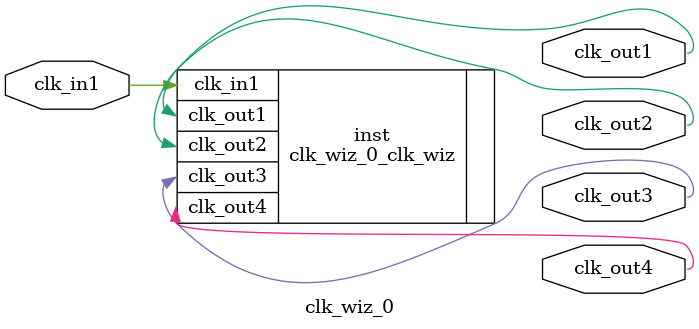
<source format=v>


`timescale 1ps/1ps

(* CORE_GENERATION_INFO = "clk_wiz_0,clk_wiz_v6_0_2_0_0,{component_name=clk_wiz_0,use_phase_alignment=true,use_min_o_jitter=false,use_max_i_jitter=false,use_dyn_phase_shift=false,use_inclk_switchover=false,use_dyn_reconfig=false,enable_axi=0,feedback_source=FDBK_AUTO,PRIMITIVE=MMCM,num_out_clk=4,clkin1_period=20.000,clkin2_period=10.0,use_power_down=false,use_reset=false,use_locked=false,use_inclk_stopped=false,feedback_type=SINGLE,CLOCK_MGR_TYPE=NA,manual_override=false}" *)

module clk_wiz_0 
 (
  // Clock out ports
  output        clk_out1,
  output        clk_out2,
  output        clk_out3,
  output        clk_out4,
 // Clock in ports
  input         clk_in1
 );

  clk_wiz_0_clk_wiz inst
  (
  // Clock out ports  
  .clk_out1(clk_out1),
  .clk_out2(clk_out2),
  .clk_out3(clk_out3),
  .clk_out4(clk_out4),
 // Clock in ports
  .clk_in1(clk_in1)
  );

endmodule

</source>
